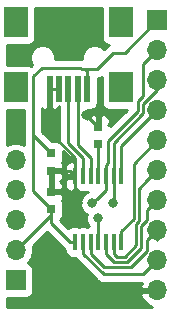
<source format=gtl>
G04 #@! TF.GenerationSoftware,KiCad,Pcbnew,(5.0.0)*
G04 #@! TF.CreationDate,2018-09-18T20:25:08+02:00*
G04 #@! TF.ProjectId,pcb_relay_main,7063625F72656C61795F6D61696E2E6B,rev?*
G04 #@! TF.SameCoordinates,PXeb14aa0PY7f13bd0*
G04 #@! TF.FileFunction,Copper,L1,Top,Signal*
G04 #@! TF.FilePolarity,Positive*
%FSLAX46Y46*%
G04 Gerber Fmt 4.6, Leading zero omitted, Abs format (unit mm)*
G04 Created by KiCad (PCBNEW (5.0.0)) date 09/18/18 20:25:08*
%MOMM*%
%LPD*%
G01*
G04 APERTURE LIST*
G04 #@! TA.AperFunction,ComponentPad*
%ADD10O,1.700000X1.700000*%
G04 #@! TD*
G04 #@! TA.AperFunction,ComponentPad*
%ADD11R,1.700000X1.700000*%
G04 #@! TD*
G04 #@! TA.AperFunction,SMDPad,CuDef*
%ADD12R,0.750000X0.800000*%
G04 #@! TD*
G04 #@! TA.AperFunction,SMDPad,CuDef*
%ADD13R,2.000000X2.500000*%
G04 #@! TD*
G04 #@! TA.AperFunction,SMDPad,CuDef*
%ADD14R,0.500000X2.300000*%
G04 #@! TD*
G04 #@! TA.AperFunction,SMDPad,CuDef*
%ADD15R,0.431800X1.397000*%
G04 #@! TD*
G04 #@! TA.AperFunction,ViaPad*
%ADD16C,0.800000*%
G04 #@! TD*
G04 #@! TA.AperFunction,Conductor*
%ADD17C,0.250000*%
G04 #@! TD*
G04 #@! TA.AperFunction,Conductor*
%ADD18C,0.254000*%
G04 #@! TD*
G04 APERTURE END LIST*
D10*
G04 #@! TO.P,J3,10*
G04 #@! TO.N,GND*
X13500000Y-24610000D03*
G04 #@! TO.P,J3,9*
G04 #@! TO.N,RA5*
X13500000Y-22070000D03*
G04 #@! TO.P,J3,8*
G04 #@! TO.N,RA4*
X13500000Y-19530000D03*
G04 #@! TO.P,J3,7*
G04 #@! TO.N,Net-(J3-Pad7)*
X13500000Y-16990000D03*
G04 #@! TO.P,J3,6*
G04 #@! TO.N,Net-(J3-Pad6)*
X13500000Y-14450000D03*
G04 #@! TO.P,J3,5*
G04 #@! TO.N,Net-(J3-Pad5)*
X13500000Y-11910000D03*
G04 #@! TO.P,J3,4*
G04 #@! TO.N,Net-(J3-Pad4)*
X13500000Y-9370000D03*
G04 #@! TO.P,J3,3*
G04 #@! TO.N,ICSPCLK*
X13500000Y-6830000D03*
G04 #@! TO.P,J3,2*
G04 #@! TO.N,ICSPDAT*
X13500000Y-4290000D03*
D11*
G04 #@! TO.P,J3,1*
G04 #@! TO.N,+5V*
X13500000Y-1750000D03*
G04 #@! TD*
D12*
G04 #@! TO.P,C1,1*
G04 #@! TO.N,Net-(C1-Pad1)*
X8500000Y-12250000D03*
G04 #@! TO.P,C1,2*
G04 #@! TO.N,GND*
X8500000Y-10750000D03*
G04 #@! TD*
G04 #@! TO.P,C2,2*
G04 #@! TO.N,GND*
X4500000Y-14500000D03*
G04 #@! TO.P,C2,1*
G04 #@! TO.N,+5V*
X4500000Y-13000000D03*
G04 #@! TD*
G04 #@! TO.P,C3,1*
G04 #@! TO.N,+5V*
X4500000Y-17750000D03*
G04 #@! TO.P,C3,2*
G04 #@! TO.N,GND*
X4500000Y-16250000D03*
G04 #@! TD*
D10*
G04 #@! TO.P,J1,5*
G04 #@! TO.N,ICSPCLK*
X1500000Y-13590000D03*
G04 #@! TO.P,J1,4*
G04 #@! TO.N,ICSPDAT*
X1500000Y-16130000D03*
G04 #@! TO.P,J1,3*
G04 #@! TO.N,GND*
X1500000Y-18670000D03*
G04 #@! TO.P,J1,2*
G04 #@! TO.N,+5V*
X1500000Y-21210000D03*
D11*
G04 #@! TO.P,J1,1*
G04 #@! TO.N,VPP*
X1500000Y-23750000D03*
G04 #@! TD*
D13*
G04 #@! TO.P,J2,6*
G04 #@! TO.N,N/C*
X1525000Y-1925000D03*
X1525000Y-7425000D03*
X10425000Y-1925000D03*
X10425000Y-7425000D03*
D14*
G04 #@! TO.P,J2,5*
G04 #@! TO.N,GND*
X4375000Y-7525000D03*
G04 #@! TO.P,J2,4*
X5175000Y-7525000D03*
G04 #@! TO.P,J2,3*
G04 #@! TO.N,Net-(J2-Pad3)*
X5975000Y-7525000D03*
G04 #@! TO.P,J2,2*
G04 #@! TO.N,Net-(J2-Pad2)*
X6775000Y-7525000D03*
G04 #@! TO.P,J2,1*
G04 #@! TO.N,+5V*
X7575000Y-7525000D03*
G04 #@! TD*
D15*
G04 #@! TO.P,U1,14*
G04 #@! TO.N,GND*
X6556900Y-14956000D03*
G04 #@! TO.P,U1,13*
G04 #@! TO.N,Net-(J2-Pad3)*
X7204600Y-14956000D03*
G04 #@! TO.P,U1,12*
G04 #@! TO.N,Net-(J2-Pad2)*
X7852300Y-14956000D03*
G04 #@! TO.P,U1,11*
G04 #@! TO.N,Net-(C1-Pad1)*
X8500000Y-14956000D03*
G04 #@! TO.P,U1,10*
G04 #@! TO.N,ICSPDAT*
X9160400Y-14956000D03*
G04 #@! TO.P,U1,9*
G04 #@! TO.N,ICSPCLK*
X9808100Y-14956000D03*
G04 #@! TO.P,U1,8*
G04 #@! TO.N,Net-(J3-Pad4)*
X10455800Y-14956000D03*
G04 #@! TO.P,U1,7*
G04 #@! TO.N,Net-(J3-Pad5)*
X10455800Y-20544000D03*
G04 #@! TO.P,U1,6*
G04 #@! TO.N,Net-(J3-Pad6)*
X9808100Y-20544000D03*
G04 #@! TO.P,U1,5*
G04 #@! TO.N,Net-(J3-Pad7)*
X9160400Y-20544000D03*
G04 #@! TO.P,U1,4*
G04 #@! TO.N,VPP*
X8500000Y-20544000D03*
G04 #@! TO.P,U1,3*
G04 #@! TO.N,RA4*
X7865000Y-20544000D03*
G04 #@! TO.P,U1,2*
G04 #@! TO.N,RA5*
X7204600Y-20544000D03*
G04 #@! TO.P,U1,1*
G04 #@! TO.N,+5V*
X6569600Y-20544000D03*
G04 #@! TD*
D16*
G04 #@! TO.N,GND*
X4500000Y-10750000D03*
X7500000Y-9750000D03*
X6750000Y-17250000D03*
X1500000Y-10750000D03*
X6750000Y-24500000D03*
X6250000Y-3000000D03*
G04 #@! TO.N,ICSPCLK*
X9749996Y-17250000D03*
G04 #@! TO.N,ICSPDAT*
X8000000Y-17250000D03*
G04 #@! TO.N,VPP*
X8500000Y-18500000D03*
G04 #@! TD*
D17*
G04 #@! TO.N,Net-(C1-Pad1)*
X8500000Y-12250000D02*
X8500000Y-14956000D01*
G04 #@! TO.N,GND*
X4500000Y-16250000D02*
X4500000Y-16275000D01*
X4500000Y-16250000D02*
X4500000Y-14500000D01*
X6100900Y-14500000D02*
X6556900Y-14956000D01*
X4500000Y-14500000D02*
X6100900Y-14500000D01*
X4500000Y-10750000D02*
X4500000Y-7650000D01*
X4500000Y-7650000D02*
X4400000Y-7550000D01*
X8500000Y-10750000D02*
X7500000Y-9750000D01*
X6556900Y-15904500D02*
X6750000Y-16097600D01*
X6556900Y-14956000D02*
X6556900Y-15904500D01*
X6750000Y-16097600D02*
X6750000Y-17250000D01*
X4375000Y-7525000D02*
X5175000Y-7525000D01*
X6556900Y-14007500D02*
X6556900Y-14956000D01*
X6556900Y-13372585D02*
X6556900Y-14007500D01*
X4500000Y-10750000D02*
X4500000Y-11315685D01*
X4500000Y-11315685D02*
X6556900Y-13372585D01*
G04 #@! TO.N,+5V*
X4500000Y-18400000D02*
X4500000Y-17750000D01*
X4500000Y-18940300D02*
X4500000Y-18400000D01*
X6569600Y-20544000D02*
X6103700Y-20544000D01*
X6103700Y-20544000D02*
X4500000Y-18940300D01*
X2349999Y-20360001D02*
X1500000Y-21210000D01*
X4500000Y-17750000D02*
X4500000Y-18210000D01*
X4500000Y-18210000D02*
X2349999Y-20360001D01*
X4500000Y-12975000D02*
X3000000Y-11475000D01*
X4500000Y-13000000D02*
X4500000Y-12975000D01*
X3000000Y-16225000D02*
X3000000Y-11475000D01*
X4500000Y-17750000D02*
X4500000Y-17725000D01*
X4500000Y-17725000D02*
X3000000Y-16225000D01*
X10750000Y-4500000D02*
X13500000Y-1750000D01*
X9750000Y-4500000D02*
X10750000Y-4500000D01*
X3000000Y-6464998D02*
X3714998Y-5750000D01*
X3000000Y-11475000D02*
X3000000Y-6464998D01*
X3714998Y-5750000D02*
X6975000Y-5750000D01*
X6975000Y-5750000D02*
X7125000Y-5900000D01*
X8350000Y-5900000D02*
X9750000Y-4500000D01*
X7425000Y-5975000D02*
X7425000Y-5900000D01*
X7575000Y-6125000D02*
X7425000Y-5975000D01*
X7575000Y-7525000D02*
X7575000Y-6125000D01*
X7125000Y-5900000D02*
X7425000Y-5900000D01*
X7425000Y-5900000D02*
X8350000Y-5900000D01*
G04 #@! TO.N,ICSPCLK*
X9808100Y-14956000D02*
X9808100Y-17191896D01*
X9808100Y-17191896D02*
X9749996Y-17250000D01*
X9808100Y-14956000D02*
X9808100Y-13250000D01*
X9808100Y-13250000D02*
X9808100Y-13061900D01*
X12324999Y-8861411D02*
X13500000Y-7686410D01*
X13500000Y-7686410D02*
X13500000Y-6830000D01*
X12324999Y-9611412D02*
X12324999Y-8861411D01*
X9808100Y-12128310D02*
X12324999Y-9611412D01*
X9808100Y-13250000D02*
X9808100Y-12128310D01*
G04 #@! TO.N,ICSPDAT*
X9160400Y-14956000D02*
X9160400Y-16089600D01*
X9160400Y-16089600D02*
X8399999Y-16850001D01*
X8399999Y-16850001D02*
X8000000Y-17250000D01*
X12324999Y-5465001D02*
X12650001Y-5139999D01*
X11874989Y-9425012D02*
X11874990Y-8619598D01*
X12650001Y-5139999D02*
X13500000Y-4290000D01*
X9358091Y-11941909D02*
X11874989Y-9425012D01*
X11874990Y-8619598D02*
X12324999Y-8169589D01*
X9160400Y-14007500D02*
X9358089Y-13809811D01*
X12324999Y-8169589D02*
X12324999Y-5465001D01*
X9358089Y-13809811D02*
X9358091Y-11941909D01*
X9160400Y-14956000D02*
X9160400Y-14007500D01*
G04 #@! TO.N,VPP*
X8500000Y-20544000D02*
X8500000Y-18500000D01*
G04 #@! TO.N,Net-(J2-Pad3)*
X7204600Y-14007500D02*
X7204600Y-14956000D01*
X5975000Y-12154274D02*
X7204600Y-13383874D01*
X7204600Y-13383874D02*
X7204600Y-14007500D01*
X5975000Y-7525000D02*
X5975000Y-12154274D01*
G04 #@! TO.N,Net-(J2-Pad2)*
X7852300Y-13395164D02*
X7852300Y-14007500D01*
X7852300Y-14007500D02*
X7852300Y-14956000D01*
X6775000Y-12317864D02*
X7852300Y-13395164D01*
X6775000Y-7525000D02*
X6775000Y-12317864D01*
G04 #@! TO.N,RA5*
X12320000Y-23250000D02*
X12650001Y-22919999D01*
X12650001Y-22919999D02*
X13500000Y-22070000D01*
X7204600Y-21491090D02*
X8963510Y-23250000D01*
X7204600Y-20544000D02*
X7204600Y-21491090D01*
X8963510Y-23250000D02*
X12320000Y-23250000D01*
G04 #@! TO.N,RA4*
X13500000Y-20386411D02*
X13500000Y-19530000D01*
X11236389Y-22650022D02*
X12650001Y-21236410D01*
X12650001Y-21236410D02*
X12650001Y-20379999D01*
X9022522Y-22650022D02*
X11236389Y-22650022D01*
X12650001Y-20379999D02*
X13500000Y-19530000D01*
X7865000Y-21492500D02*
X9022522Y-22650022D01*
X7865000Y-20544000D02*
X7865000Y-21492500D01*
G04 #@! TO.N,Net-(J3-Pad6)*
X11700011Y-20799191D02*
X11700011Y-18987700D01*
X11700011Y-18987700D02*
X11950011Y-18737700D01*
X12650001Y-15299999D02*
X13500000Y-14450000D01*
X11950011Y-15999989D02*
X12650001Y-15299999D01*
X10065600Y-21750000D02*
X10749202Y-21750000D01*
X11950011Y-18737700D02*
X11950011Y-15999989D01*
X9808100Y-20544000D02*
X9808100Y-21492500D01*
X10749202Y-21750000D02*
X11700011Y-20799191D01*
X9808100Y-21492500D02*
X10065600Y-21750000D01*
G04 #@! TO.N,Net-(J3-Pad5)*
X13019200Y-11910000D02*
X13500000Y-11910000D01*
X10455800Y-20544000D02*
X10455800Y-19595500D01*
X10455800Y-19595500D02*
X11500000Y-18551300D01*
X11500000Y-13910000D02*
X13500000Y-11910000D01*
X11500000Y-18551300D02*
X11500000Y-13910000D01*
G04 #@! TO.N,Net-(J3-Pad7)*
X9160400Y-20544000D02*
X9160400Y-21492500D01*
X9160400Y-21492500D02*
X9867911Y-22200011D01*
X10935602Y-22200011D02*
X12150022Y-20985591D01*
X12150022Y-19174100D02*
X12650001Y-18674121D01*
X12650001Y-17839999D02*
X13500000Y-16990000D01*
X12650001Y-18674121D02*
X12650001Y-17839999D01*
X12150022Y-20985591D02*
X12150022Y-19174100D01*
X9867911Y-22200011D02*
X10935602Y-22200011D01*
G04 #@! TO.N,Net-(J3-Pad4)*
X10455800Y-14956000D02*
X10455800Y-14473400D01*
X10455800Y-12414200D02*
X13500000Y-9370000D01*
X10455800Y-14956000D02*
X10455800Y-12414200D01*
G04 #@! TD*
D18*
G04 #@! TO.N,GND*
G36*
X5513373Y-21028476D02*
X5555771Y-21091929D01*
X5619224Y-21134327D01*
X5619226Y-21134329D01*
X5706260Y-21192483D01*
X5706260Y-21242500D01*
X5755543Y-21490265D01*
X5895891Y-21700309D01*
X6105935Y-21840657D01*
X6353700Y-21889940D01*
X6557060Y-21889940D01*
X6566104Y-21903474D01*
X6656672Y-22039019D01*
X6720128Y-22081419D01*
X8373183Y-23734476D01*
X8415581Y-23797929D01*
X8479034Y-23840327D01*
X8479036Y-23840329D01*
X8604412Y-23924102D01*
X8666973Y-23965904D01*
X8888658Y-24010000D01*
X8888662Y-24010000D01*
X8963509Y-24024888D01*
X9038356Y-24010000D01*
X12159217Y-24010000D01*
X12058524Y-24253110D01*
X12179845Y-24483000D01*
X13373000Y-24483000D01*
X13373000Y-24463000D01*
X13627000Y-24463000D01*
X13627000Y-24483000D01*
X13647000Y-24483000D01*
X13647000Y-24737000D01*
X13627000Y-24737000D01*
X13627000Y-24757000D01*
X13373000Y-24757000D01*
X13373000Y-24737000D01*
X12179845Y-24737000D01*
X12058524Y-24966890D01*
X12228355Y-25376924D01*
X12618642Y-25805183D01*
X13065416Y-26015000D01*
X735000Y-26015000D01*
X735000Y-25247440D01*
X2350000Y-25247440D01*
X2597765Y-25198157D01*
X2807809Y-25057809D01*
X2948157Y-24847765D01*
X2997440Y-24600000D01*
X2997440Y-22900000D01*
X2948157Y-22652235D01*
X2807809Y-22442191D01*
X2597765Y-22301843D01*
X2552381Y-22292816D01*
X2570625Y-22280625D01*
X2898839Y-21789418D01*
X3014092Y-21210000D01*
X2941209Y-20843592D01*
X4134850Y-19649951D01*
X5513373Y-21028476D01*
X5513373Y-21028476D01*
G37*
X5513373Y-21028476D02*
X5555771Y-21091929D01*
X5619224Y-21134327D01*
X5619226Y-21134329D01*
X5706260Y-21192483D01*
X5706260Y-21242500D01*
X5755543Y-21490265D01*
X5895891Y-21700309D01*
X6105935Y-21840657D01*
X6353700Y-21889940D01*
X6557060Y-21889940D01*
X6566104Y-21903474D01*
X6656672Y-22039019D01*
X6720128Y-22081419D01*
X8373183Y-23734476D01*
X8415581Y-23797929D01*
X8479034Y-23840327D01*
X8479036Y-23840329D01*
X8604412Y-23924102D01*
X8666973Y-23965904D01*
X8888658Y-24010000D01*
X8888662Y-24010000D01*
X8963509Y-24024888D01*
X9038356Y-24010000D01*
X12159217Y-24010000D01*
X12058524Y-24253110D01*
X12179845Y-24483000D01*
X13373000Y-24483000D01*
X13373000Y-24463000D01*
X13627000Y-24463000D01*
X13627000Y-24483000D01*
X13647000Y-24483000D01*
X13647000Y-24737000D01*
X13627000Y-24737000D01*
X13627000Y-24757000D01*
X13373000Y-24757000D01*
X13373000Y-24737000D01*
X12179845Y-24737000D01*
X12058524Y-24966890D01*
X12228355Y-25376924D01*
X12618642Y-25805183D01*
X13065416Y-26015000D01*
X735000Y-26015000D01*
X735000Y-25247440D01*
X2350000Y-25247440D01*
X2597765Y-25198157D01*
X2807809Y-25057809D01*
X2948157Y-24847765D01*
X2997440Y-24600000D01*
X2997440Y-22900000D01*
X2948157Y-22652235D01*
X2807809Y-22442191D01*
X2597765Y-22301843D01*
X2552381Y-22292816D01*
X2570625Y-22280625D01*
X2898839Y-21789418D01*
X3014092Y-21210000D01*
X2941209Y-20843592D01*
X4134850Y-19649951D01*
X5513373Y-21028476D01*
G36*
X6429898Y-13683974D02*
X6429898Y-13762198D01*
X6290200Y-13622500D01*
X6214691Y-13622500D01*
X5981302Y-13719173D01*
X5802673Y-13897801D01*
X5706000Y-14131190D01*
X5706000Y-14670250D01*
X5864750Y-14829000D01*
X6341260Y-14829000D01*
X6341260Y-15083000D01*
X5864750Y-15083000D01*
X5706000Y-15241750D01*
X5706000Y-15780810D01*
X5802673Y-16014199D01*
X5981302Y-16192827D01*
X6214691Y-16289500D01*
X6290200Y-16289500D01*
X6448950Y-16130750D01*
X6448950Y-15989677D01*
X6530891Y-16112309D01*
X6740935Y-16252657D01*
X6798135Y-16264035D01*
X6823600Y-16289500D01*
X6899109Y-16289500D01*
X6907885Y-16285865D01*
X6988700Y-16301940D01*
X7420500Y-16301940D01*
X7528450Y-16280468D01*
X7601158Y-16294930D01*
X7413720Y-16372569D01*
X7122569Y-16663720D01*
X6965000Y-17044126D01*
X6965000Y-17455874D01*
X7122569Y-17836280D01*
X7413720Y-18127431D01*
X7516426Y-18169973D01*
X7465000Y-18294126D01*
X7465000Y-18705874D01*
X7622569Y-19086280D01*
X7734349Y-19198060D01*
X7649100Y-19198060D01*
X7534800Y-19220795D01*
X7420500Y-19198060D01*
X6988700Y-19198060D01*
X6887100Y-19218269D01*
X6785500Y-19198060D01*
X6353700Y-19198060D01*
X6105935Y-19247343D01*
X5971603Y-19337101D01*
X5278559Y-18644058D01*
X5332809Y-18607809D01*
X5473157Y-18397765D01*
X5522440Y-18150000D01*
X5522440Y-17350000D01*
X5473157Y-17102235D01*
X5412127Y-17010898D01*
X5413327Y-17009698D01*
X5510000Y-16776309D01*
X5510000Y-16535750D01*
X5351250Y-16377000D01*
X4627000Y-16377000D01*
X4627000Y-16397000D01*
X4373000Y-16397000D01*
X4373000Y-16377000D01*
X4353000Y-16377000D01*
X4353000Y-16123000D01*
X4373000Y-16123000D01*
X4373000Y-14627000D01*
X4627000Y-14627000D01*
X4627000Y-16123000D01*
X5351250Y-16123000D01*
X5510000Y-15964250D01*
X5510000Y-15723691D01*
X5413327Y-15490302D01*
X5298026Y-15375000D01*
X5413327Y-15259698D01*
X5510000Y-15026309D01*
X5510000Y-14785750D01*
X5351250Y-14627000D01*
X4627000Y-14627000D01*
X4373000Y-14627000D01*
X4353000Y-14627000D01*
X4353000Y-14373000D01*
X4373000Y-14373000D01*
X4373000Y-14353000D01*
X4627000Y-14353000D01*
X4627000Y-14373000D01*
X5351250Y-14373000D01*
X5510000Y-14214250D01*
X5510000Y-13973691D01*
X5413327Y-13740302D01*
X5412127Y-13739102D01*
X5473157Y-13647765D01*
X5522440Y-13400000D01*
X5522440Y-12776515D01*
X6429898Y-13683974D01*
X6429898Y-13683974D01*
G37*
X6429898Y-13683974D02*
X6429898Y-13762198D01*
X6290200Y-13622500D01*
X6214691Y-13622500D01*
X5981302Y-13719173D01*
X5802673Y-13897801D01*
X5706000Y-14131190D01*
X5706000Y-14670250D01*
X5864750Y-14829000D01*
X6341260Y-14829000D01*
X6341260Y-15083000D01*
X5864750Y-15083000D01*
X5706000Y-15241750D01*
X5706000Y-15780810D01*
X5802673Y-16014199D01*
X5981302Y-16192827D01*
X6214691Y-16289500D01*
X6290200Y-16289500D01*
X6448950Y-16130750D01*
X6448950Y-15989677D01*
X6530891Y-16112309D01*
X6740935Y-16252657D01*
X6798135Y-16264035D01*
X6823600Y-16289500D01*
X6899109Y-16289500D01*
X6907885Y-16285865D01*
X6988700Y-16301940D01*
X7420500Y-16301940D01*
X7528450Y-16280468D01*
X7601158Y-16294930D01*
X7413720Y-16372569D01*
X7122569Y-16663720D01*
X6965000Y-17044126D01*
X6965000Y-17455874D01*
X7122569Y-17836280D01*
X7413720Y-18127431D01*
X7516426Y-18169973D01*
X7465000Y-18294126D01*
X7465000Y-18705874D01*
X7622569Y-19086280D01*
X7734349Y-19198060D01*
X7649100Y-19198060D01*
X7534800Y-19220795D01*
X7420500Y-19198060D01*
X6988700Y-19198060D01*
X6887100Y-19218269D01*
X6785500Y-19198060D01*
X6353700Y-19198060D01*
X6105935Y-19247343D01*
X5971603Y-19337101D01*
X5278559Y-18644058D01*
X5332809Y-18607809D01*
X5473157Y-18397765D01*
X5522440Y-18150000D01*
X5522440Y-17350000D01*
X5473157Y-17102235D01*
X5412127Y-17010898D01*
X5413327Y-17009698D01*
X5510000Y-16776309D01*
X5510000Y-16535750D01*
X5351250Y-16377000D01*
X4627000Y-16377000D01*
X4627000Y-16397000D01*
X4373000Y-16397000D01*
X4373000Y-16377000D01*
X4353000Y-16377000D01*
X4353000Y-16123000D01*
X4373000Y-16123000D01*
X4373000Y-14627000D01*
X4627000Y-14627000D01*
X4627000Y-16123000D01*
X5351250Y-16123000D01*
X5510000Y-15964250D01*
X5510000Y-15723691D01*
X5413327Y-15490302D01*
X5298026Y-15375000D01*
X5413327Y-15259698D01*
X5510000Y-15026309D01*
X5510000Y-14785750D01*
X5351250Y-14627000D01*
X4627000Y-14627000D01*
X4373000Y-14627000D01*
X4353000Y-14627000D01*
X4353000Y-14373000D01*
X4373000Y-14373000D01*
X4373000Y-14353000D01*
X4627000Y-14353000D01*
X4627000Y-14373000D01*
X5351250Y-14373000D01*
X5510000Y-14214250D01*
X5510000Y-13973691D01*
X5413327Y-13740302D01*
X5412127Y-13739102D01*
X5473157Y-13647765D01*
X5522440Y-13400000D01*
X5522440Y-12776515D01*
X6429898Y-13683974D01*
G36*
X1627000Y-18543000D02*
X1647000Y-18543000D01*
X1647000Y-18797000D01*
X1627000Y-18797000D01*
X1627000Y-18817000D01*
X1373000Y-18817000D01*
X1373000Y-18797000D01*
X1353000Y-18797000D01*
X1353000Y-18543000D01*
X1373000Y-18543000D01*
X1373000Y-18523000D01*
X1627000Y-18523000D01*
X1627000Y-18543000D01*
X1627000Y-18543000D01*
G37*
X1627000Y-18543000D02*
X1647000Y-18543000D01*
X1647000Y-18797000D01*
X1627000Y-18797000D01*
X1627000Y-18817000D01*
X1373000Y-18817000D01*
X1373000Y-18797000D01*
X1353000Y-18797000D01*
X1353000Y-18543000D01*
X1373000Y-18543000D01*
X1373000Y-18523000D01*
X1627000Y-18523000D01*
X1627000Y-18543000D01*
G36*
X2240000Y-11400153D02*
X2225112Y-11475000D01*
X2240000Y-11549847D01*
X2240000Y-11549851D01*
X2240001Y-11549856D01*
X2240001Y-12298459D01*
X2079418Y-12191161D01*
X1646256Y-12105000D01*
X1353744Y-12105000D01*
X920582Y-12191161D01*
X735000Y-12315163D01*
X735000Y-9322440D01*
X2240000Y-9322440D01*
X2240000Y-11400153D01*
X2240000Y-11400153D01*
G37*
X2240000Y-11400153D02*
X2225112Y-11475000D01*
X2240000Y-11549847D01*
X2240000Y-11549851D01*
X2240001Y-11549856D01*
X2240001Y-12298459D01*
X2079418Y-12191161D01*
X1646256Y-12105000D01*
X1353744Y-12105000D01*
X920582Y-12191161D01*
X735000Y-12315163D01*
X735000Y-9322440D01*
X2240000Y-9322440D01*
X2240000Y-11400153D01*
G36*
X4448750Y-7398000D02*
X4522000Y-7398000D01*
X4522000Y-7652000D01*
X4448750Y-7652000D01*
X4290000Y-7810750D01*
X4290000Y-8801309D01*
X4386673Y-9034698D01*
X4500000Y-9148026D01*
X4500000Y-9151250D01*
X4658750Y-9310000D01*
X4751310Y-9310000D01*
X4775000Y-9300187D01*
X4798690Y-9310000D01*
X4891250Y-9310000D01*
X5050000Y-9151250D01*
X5050000Y-9148026D01*
X5163327Y-9034698D01*
X5177987Y-8999306D01*
X5215000Y-9054701D01*
X5215001Y-12063474D01*
X5122765Y-12001843D01*
X4875000Y-11952560D01*
X4552362Y-11952560D01*
X3760000Y-11160199D01*
X3760000Y-9208026D01*
X3765301Y-9213327D01*
X3998690Y-9310000D01*
X4091250Y-9310000D01*
X4250000Y-9151250D01*
X4250000Y-7652000D01*
X4228000Y-7652000D01*
X4228000Y-7398000D01*
X4250000Y-7398000D01*
X4250000Y-7378000D01*
X4428750Y-7378000D01*
X4448750Y-7398000D01*
X4448750Y-7398000D01*
G37*
X4448750Y-7398000D02*
X4522000Y-7398000D01*
X4522000Y-7652000D01*
X4448750Y-7652000D01*
X4290000Y-7810750D01*
X4290000Y-8801309D01*
X4386673Y-9034698D01*
X4500000Y-9148026D01*
X4500000Y-9151250D01*
X4658750Y-9310000D01*
X4751310Y-9310000D01*
X4775000Y-9300187D01*
X4798690Y-9310000D01*
X4891250Y-9310000D01*
X5050000Y-9151250D01*
X5050000Y-9148026D01*
X5163327Y-9034698D01*
X5177987Y-8999306D01*
X5215000Y-9054701D01*
X5215001Y-12063474D01*
X5122765Y-12001843D01*
X4875000Y-11952560D01*
X4552362Y-11952560D01*
X3760000Y-11160199D01*
X3760000Y-9208026D01*
X3765301Y-9213327D01*
X3998690Y-9310000D01*
X4091250Y-9310000D01*
X4250000Y-9151250D01*
X4250000Y-7652000D01*
X4228000Y-7652000D01*
X4228000Y-7398000D01*
X4250000Y-7398000D01*
X4250000Y-7378000D01*
X4428750Y-7378000D01*
X4448750Y-7398000D01*
G36*
X8777560Y-8675000D02*
X8826843Y-8922765D01*
X8967191Y-9132809D01*
X9177235Y-9273157D01*
X9425000Y-9322440D01*
X10902759Y-9322440D01*
X9510000Y-10715199D01*
X9510000Y-10622998D01*
X9351252Y-10622998D01*
X9510000Y-10464250D01*
X9510000Y-10223691D01*
X9413327Y-9990302D01*
X9234699Y-9811673D01*
X9001310Y-9715000D01*
X8785750Y-9715000D01*
X8627000Y-9873750D01*
X8627000Y-10623000D01*
X8647000Y-10623000D01*
X8647000Y-10877000D01*
X8627000Y-10877000D01*
X8627000Y-10897000D01*
X8373000Y-10897000D01*
X8373000Y-10877000D01*
X8353000Y-10877000D01*
X8353000Y-10623000D01*
X8373000Y-10623000D01*
X8373000Y-9873750D01*
X8214250Y-9715000D01*
X7998690Y-9715000D01*
X7765301Y-9811673D01*
X7586673Y-9990302D01*
X7535000Y-10115052D01*
X7535000Y-9322440D01*
X7825000Y-9322440D01*
X8072765Y-9273157D01*
X8282809Y-9132809D01*
X8423157Y-8922765D01*
X8472440Y-8675000D01*
X8472440Y-6650534D01*
X8646537Y-6615904D01*
X8777560Y-6528357D01*
X8777560Y-8675000D01*
X8777560Y-8675000D01*
G37*
X8777560Y-8675000D02*
X8826843Y-8922765D01*
X8967191Y-9132809D01*
X9177235Y-9273157D01*
X9425000Y-9322440D01*
X10902759Y-9322440D01*
X9510000Y-10715199D01*
X9510000Y-10622998D01*
X9351252Y-10622998D01*
X9510000Y-10464250D01*
X9510000Y-10223691D01*
X9413327Y-9990302D01*
X9234699Y-9811673D01*
X9001310Y-9715000D01*
X8785750Y-9715000D01*
X8627000Y-9873750D01*
X8627000Y-10623000D01*
X8647000Y-10623000D01*
X8647000Y-10877000D01*
X8627000Y-10877000D01*
X8627000Y-10897000D01*
X8373000Y-10897000D01*
X8373000Y-10877000D01*
X8353000Y-10877000D01*
X8353000Y-10623000D01*
X8373000Y-10623000D01*
X8373000Y-9873750D01*
X8214250Y-9715000D01*
X7998690Y-9715000D01*
X7765301Y-9811673D01*
X7586673Y-9990302D01*
X7535000Y-10115052D01*
X7535000Y-9322440D01*
X7825000Y-9322440D01*
X8072765Y-9273157D01*
X8282809Y-9132809D01*
X8423157Y-8922765D01*
X8472440Y-8675000D01*
X8472440Y-6650534D01*
X8646537Y-6615904D01*
X8777560Y-6528357D01*
X8777560Y-8675000D01*
G36*
X8777560Y-3175000D02*
X8826843Y-3422765D01*
X8967191Y-3632809D01*
X9177235Y-3773157D01*
X9402712Y-3818007D01*
X9202071Y-3952071D01*
X9159671Y-4015527D01*
X8979810Y-4195389D01*
X8789603Y-4005182D01*
X8390820Y-3840000D01*
X7959180Y-3840000D01*
X7560397Y-4005182D01*
X7255182Y-4310397D01*
X7090000Y-4709180D01*
X7090000Y-4997986D01*
X7049852Y-4990000D01*
X7049847Y-4990000D01*
X6975000Y-4975112D01*
X6900153Y-4990000D01*
X4860000Y-4990000D01*
X4860000Y-4709180D01*
X4694818Y-4310397D01*
X4389603Y-4005182D01*
X3990820Y-3840000D01*
X3559180Y-3840000D01*
X3160397Y-4005182D01*
X2855182Y-4310397D01*
X2690000Y-4709180D01*
X2690000Y-5140820D01*
X2853838Y-5536358D01*
X2797096Y-5593101D01*
X2772765Y-5576843D01*
X2525000Y-5527560D01*
X735000Y-5527560D01*
X735000Y-3822440D01*
X2525000Y-3822440D01*
X2772765Y-3773157D01*
X2982809Y-3632809D01*
X3123157Y-3422765D01*
X3172440Y-3175000D01*
X3172440Y-735000D01*
X8777560Y-735000D01*
X8777560Y-3175000D01*
X8777560Y-3175000D01*
G37*
X8777560Y-3175000D02*
X8826843Y-3422765D01*
X8967191Y-3632809D01*
X9177235Y-3773157D01*
X9402712Y-3818007D01*
X9202071Y-3952071D01*
X9159671Y-4015527D01*
X8979810Y-4195389D01*
X8789603Y-4005182D01*
X8390820Y-3840000D01*
X7959180Y-3840000D01*
X7560397Y-4005182D01*
X7255182Y-4310397D01*
X7090000Y-4709180D01*
X7090000Y-4997986D01*
X7049852Y-4990000D01*
X7049847Y-4990000D01*
X6975000Y-4975112D01*
X6900153Y-4990000D01*
X4860000Y-4990000D01*
X4860000Y-4709180D01*
X4694818Y-4310397D01*
X4389603Y-4005182D01*
X3990820Y-3840000D01*
X3559180Y-3840000D01*
X3160397Y-4005182D01*
X2855182Y-4310397D01*
X2690000Y-4709180D01*
X2690000Y-5140820D01*
X2853838Y-5536358D01*
X2797096Y-5593101D01*
X2772765Y-5576843D01*
X2525000Y-5527560D01*
X735000Y-5527560D01*
X735000Y-3822440D01*
X2525000Y-3822440D01*
X2772765Y-3773157D01*
X2982809Y-3632809D01*
X3123157Y-3422765D01*
X3172440Y-3175000D01*
X3172440Y-735000D01*
X8777560Y-735000D01*
X8777560Y-3175000D01*
G04 #@! TD*
M02*

</source>
